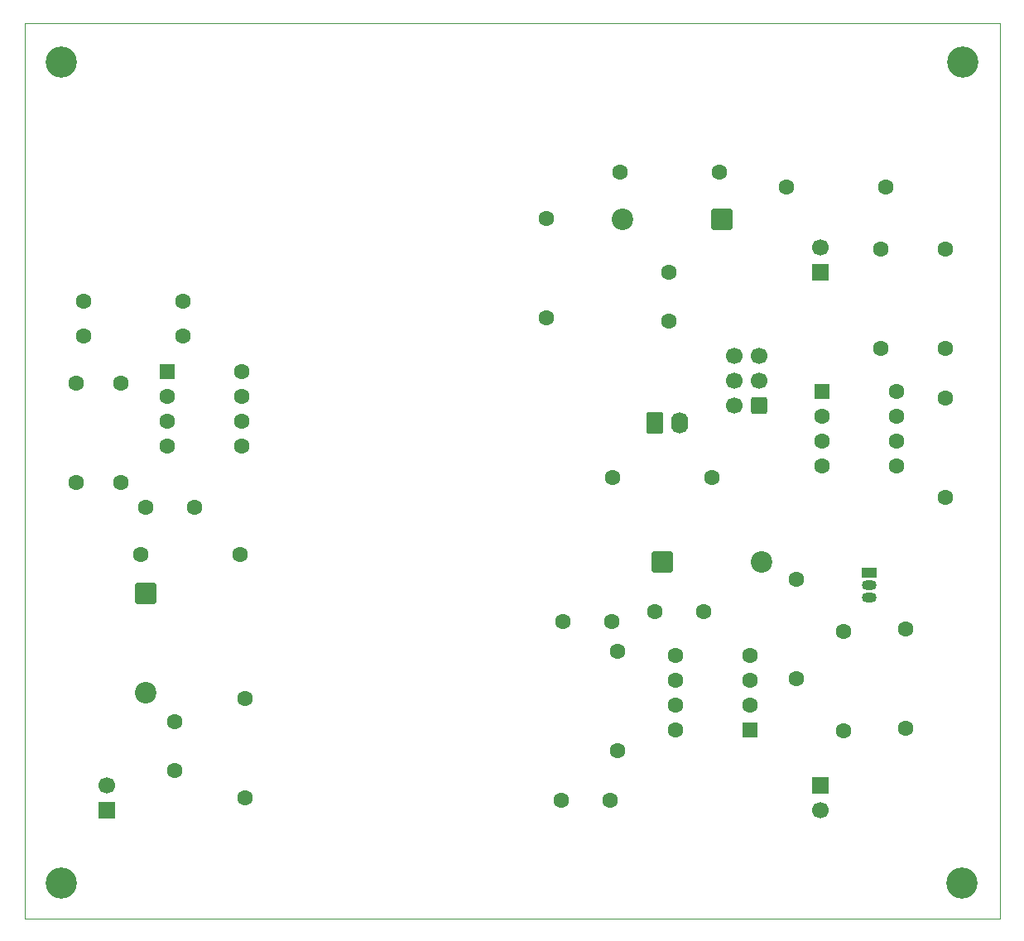
<source format=gbs>
G04 #@! TF.GenerationSoftware,KiCad,Pcbnew,9.0.4*
G04 #@! TF.CreationDate,2025-11-01T23:58:45-05:00*
G04 #@! TF.ProjectId,ece_445_low_power_stripped,6563655f-3434-4355-9f6c-6f775f706f77,rev?*
G04 #@! TF.SameCoordinates,Original*
G04 #@! TF.FileFunction,Soldermask,Bot*
G04 #@! TF.FilePolarity,Negative*
%FSLAX46Y46*%
G04 Gerber Fmt 4.6, Leading zero omitted, Abs format (unit mm)*
G04 Created by KiCad (PCBNEW 9.0.4) date 2025-11-01 23:58:45*
%MOMM*%
%LPD*%
G01*
G04 APERTURE LIST*
G04 Aperture macros list*
%AMRoundRect*
0 Rectangle with rounded corners*
0 $1 Rounding radius*
0 $2 $3 $4 $5 $6 $7 $8 $9 X,Y pos of 4 corners*
0 Add a 4 corners polygon primitive as box body*
4,1,4,$2,$3,$4,$5,$6,$7,$8,$9,$2,$3,0*
0 Add four circle primitives for the rounded corners*
1,1,$1+$1,$2,$3*
1,1,$1+$1,$4,$5*
1,1,$1+$1,$6,$7*
1,1,$1+$1,$8,$9*
0 Add four rect primitives between the rounded corners*
20,1,$1+$1,$2,$3,$4,$5,0*
20,1,$1+$1,$4,$5,$6,$7,0*
20,1,$1+$1,$6,$7,$8,$9,0*
20,1,$1+$1,$8,$9,$2,$3,0*%
G04 Aperture macros list end*
%ADD10C,1.600000*%
%ADD11RoundRect,0.250000X-0.550000X-0.550000X0.550000X-0.550000X0.550000X0.550000X-0.550000X0.550000X0*%
%ADD12C,3.200000*%
%ADD13R,1.500000X1.050000*%
%ADD14O,1.500000X1.050000*%
%ADD15R,1.700000X1.700000*%
%ADD16C,1.700000*%
%ADD17RoundRect,0.250000X-0.620000X-0.845000X0.620000X-0.845000X0.620000X0.845000X-0.620000X0.845000X0*%
%ADD18O,1.740000X2.190000*%
%ADD19RoundRect,0.249999X0.850001X0.850001X-0.850001X0.850001X-0.850001X-0.850001X0.850001X-0.850001X0*%
%ADD20C,2.200000*%
%ADD21RoundRect,0.250000X0.550000X0.550000X-0.550000X0.550000X-0.550000X-0.550000X0.550000X-0.550000X0*%
%ADD22RoundRect,0.250000X0.600000X0.600000X-0.600000X0.600000X-0.600000X-0.600000X0.600000X-0.600000X0*%
%ADD23RoundRect,0.249999X-0.850001X0.850001X-0.850001X-0.850001X0.850001X-0.850001X0.850001X0.850001X0*%
%ADD24RoundRect,0.249999X-0.850001X-0.850001X0.850001X-0.850001X0.850001X0.850001X-0.850001X0.850001X0*%
G04 #@! TA.AperFunction,Profile*
%ADD25C,0.050000*%
G04 #@! TD*
G04 APERTURE END LIST*
D10*
X129794000Y-70094000D03*
X119634000Y-70094000D03*
D11*
X128195000Y-73720000D03*
D10*
X128195000Y-76260000D03*
X128195000Y-78800000D03*
X128195000Y-81340000D03*
X135815000Y-81340000D03*
X135815000Y-78800000D03*
X135815000Y-76260000D03*
X135815000Y-73720000D03*
D11*
X195195000Y-75720000D03*
D10*
X195195000Y-78260000D03*
X195195000Y-80800000D03*
X195195000Y-83340000D03*
X202815000Y-83340000D03*
X202815000Y-80800000D03*
X202815000Y-78260000D03*
X202815000Y-75720000D03*
X125476000Y-92446000D03*
X135636000Y-92446000D03*
D12*
X209550000Y-42000000D03*
D10*
X173752000Y-84572000D03*
X183912000Y-84572000D03*
D12*
X209500000Y-126000000D03*
D10*
X203708000Y-110226000D03*
X203708000Y-100066000D03*
X179500000Y-68530000D03*
X179500000Y-63530000D03*
X173500000Y-117530000D03*
X168500000Y-117530000D03*
X192532000Y-94986000D03*
X192532000Y-105146000D03*
D13*
X200000000Y-94260000D03*
D14*
X200000000Y-95530000D03*
X200000000Y-96800000D03*
D10*
X126024000Y-87620000D03*
X131024000Y-87620000D03*
D15*
X195000000Y-63530000D03*
D16*
X195000000Y-60990000D03*
D10*
X207772000Y-86604000D03*
X207772000Y-76444000D03*
X178094000Y-98288000D03*
X183094000Y-98288000D03*
X129000000Y-114530000D03*
X129000000Y-109530000D03*
D17*
X178054000Y-78984000D03*
D18*
X180594000Y-78984000D03*
D10*
X201168000Y-71364000D03*
X201168000Y-61204000D03*
X136144000Y-107178000D03*
X136144000Y-117338000D03*
D19*
X184912000Y-58156000D03*
D20*
X174752000Y-58156000D03*
D10*
X184658000Y-53330000D03*
X174498000Y-53330000D03*
X167000000Y-58030000D03*
X167000000Y-68190000D03*
X197358000Y-100320000D03*
X197358000Y-110480000D03*
X119634000Y-66538000D03*
X129794000Y-66538000D03*
X207772000Y-71364000D03*
X207772000Y-61204000D03*
X174244000Y-112512000D03*
X174244000Y-102352000D03*
D12*
X117348000Y-126000000D03*
D10*
X191516000Y-54854000D03*
X201676000Y-54854000D03*
D21*
X187805000Y-110340000D03*
D10*
X187805000Y-107800000D03*
X187805000Y-105260000D03*
X187805000Y-102720000D03*
X180185000Y-102720000D03*
X180185000Y-105260000D03*
X180185000Y-107800000D03*
X180185000Y-110340000D03*
D22*
X188722000Y-77206000D03*
D16*
X186182000Y-77206000D03*
X188722000Y-74666000D03*
X186182000Y-74666000D03*
X188722000Y-72126000D03*
X186182000Y-72126000D03*
D15*
X122000000Y-118530000D03*
D16*
X122000000Y-115990000D03*
D10*
X118872000Y-85080000D03*
X118872000Y-74920000D03*
D15*
X195000000Y-116063000D03*
D16*
X195000000Y-118603000D03*
D10*
X123444000Y-74920000D03*
X123444000Y-85080000D03*
D23*
X126000000Y-96370000D03*
D20*
X126000000Y-106530000D03*
D10*
X173696000Y-99304000D03*
X168696000Y-99304000D03*
D12*
X117348000Y-42000000D03*
D24*
X178816000Y-93208000D03*
D20*
X188976000Y-93208000D03*
D25*
X113614000Y-38011000D02*
X213360000Y-38011000D01*
X213360000Y-129629000D01*
X113614000Y-129629000D01*
X113614000Y-38011000D01*
M02*

</source>
